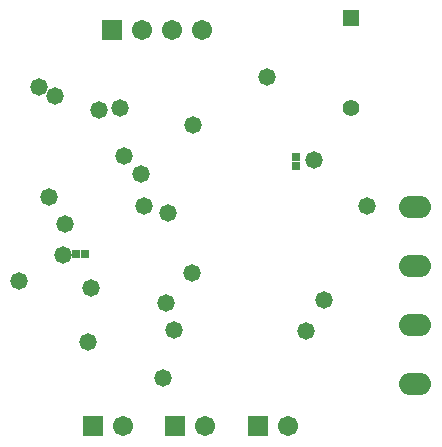
<source format=gbs>
%FSLAX25Y25*%
%MOIN*%
G70*
G01*
G75*
G04 Layer_Color=16711935*
%ADD10R,0.02000X0.02000*%
%ADD11R,0.04134X0.05512*%
%ADD12R,0.05512X0.04134*%
%ADD13O,0.09843X0.02756*%
%ADD14O,0.02362X0.08661*%
%ADD15R,0.06300X0.05500*%
%ADD16O,0.06693X0.01378*%
%ADD17R,0.03543X0.02559*%
%ADD18R,0.03543X0.03740*%
%ADD19R,0.03937X0.03937*%
%ADD20R,0.03937X0.03937*%
%ADD21R,0.03740X0.05315*%
%ADD22R,0.05315X0.03740*%
%ADD23C,0.01600*%
%ADD24C,0.02000*%
%ADD25C,0.03200*%
%ADD26C,0.01000*%
%ADD27C,0.00000*%
%ADD28C,0.00600*%
%ADD29C,0.05906*%
%ADD30R,0.05906X0.05906*%
%ADD31C,0.04724*%
%ADD32R,0.04724X0.04724*%
%ADD33O,0.09843X0.06693*%
%ADD34C,0.05000*%
%ADD35R,0.02000X0.02000*%
%ADD36C,0.00984*%
%ADD37C,0.01575*%
%ADD38C,0.02362*%
%ADD39C,0.00800*%
%ADD40C,0.00787*%
%ADD41C,0.00591*%
%ADD42R,0.00730X0.02560*%
%ADD43R,0.06700X0.01800*%
%ADD44R,0.00650X0.02300*%
%ADD45R,0.02300X0.00650*%
%ADD46R,0.01800X0.06700*%
%ADD47R,0.02560X0.00730*%
%ADD48R,0.05906X0.78740*%
%ADD49R,0.02800X0.02800*%
%ADD50R,0.04934X0.06312*%
%ADD51R,0.06312X0.04934*%
%ADD52O,0.10642X0.03556*%
%ADD53O,0.03162X0.09461*%
%ADD54R,0.07100X0.06300*%
%ADD55O,0.07493X0.02178*%
%ADD56R,0.04343X0.03359*%
%ADD57R,0.04343X0.04540*%
%ADD58R,0.04540X0.06115*%
%ADD59R,0.06115X0.04540*%
%ADD60C,0.06706*%
%ADD61R,0.06706X0.06706*%
%ADD62C,0.05524*%
%ADD63R,0.05524X0.05524*%
%ADD64O,0.10642X0.07493*%
%ADD65C,0.05800*%
%ADD66R,0.02800X0.02800*%
D49*
X328639Y325235D02*
D03*
Y322235D02*
D03*
D60*
X298500Y235500D02*
D03*
X271000D02*
D03*
X326000D02*
D03*
X277500Y367500D02*
D03*
X287500D02*
D03*
X297500D02*
D03*
D61*
X288500Y235500D02*
D03*
X261000D02*
D03*
X316000D02*
D03*
X267500Y367500D02*
D03*
D62*
X347000Y341500D02*
D03*
D63*
Y371500D02*
D03*
D64*
X368500Y249472D02*
D03*
Y269158D02*
D03*
Y288843D02*
D03*
Y308528D02*
D03*
D65*
X352500Y309000D02*
D03*
X332150Y267150D02*
D03*
X259500Y263500D02*
D03*
X236500Y284000D02*
D03*
X338000Y277500D02*
D03*
X294400Y336000D02*
D03*
X271500Y325500D02*
D03*
X334724Y324276D02*
D03*
X270000Y341500D02*
D03*
X251859Y302984D02*
D03*
X263000Y341000D02*
D03*
X246500Y312000D02*
D03*
X319000Y352000D02*
D03*
X278000Y309000D02*
D03*
X284500Y251500D02*
D03*
X277043Y319457D02*
D03*
X286000Y306500D02*
D03*
X260500Y281500D02*
D03*
X251000Y292500D02*
D03*
X288000Y267500D02*
D03*
X248500Y345500D02*
D03*
X243000Y348500D02*
D03*
X294000Y286500D02*
D03*
X285276Y276568D02*
D03*
D66*
X255500Y293000D02*
D03*
X258500D02*
D03*
M02*

</source>
